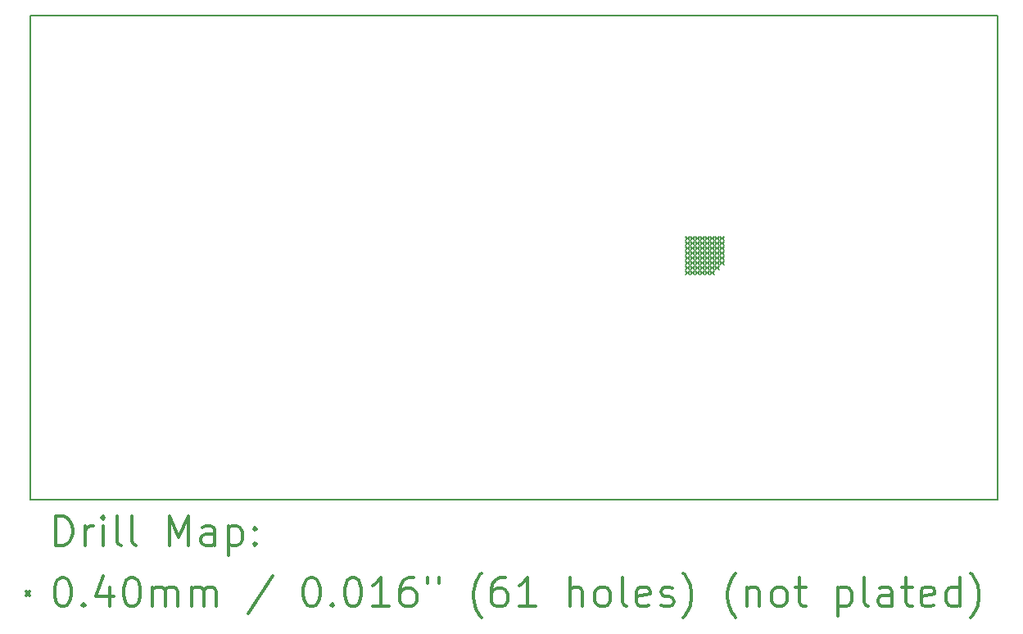
<source format=gbr>
%FSLAX45Y45*%
G04 Gerber Fmt 4.5, Leading zero omitted, Abs format (unit mm)*
G04 Created by KiCad (PCBNEW 4.0.6) date Sun Jul 30 22:21:45 2017*
%MOMM*%
%LPD*%
G01*
G04 APERTURE LIST*
%ADD10C,0.127000*%
%ADD11C,0.150000*%
%ADD12C,0.200000*%
%ADD13C,0.300000*%
G04 APERTURE END LIST*
D10*
D11*
X7000000Y-5000000D02*
X7000000Y-10000000D01*
X17000000Y-10000000D02*
X7000000Y-10000000D01*
X17000000Y-5000000D02*
X17000000Y-10000000D01*
X7000000Y-5000000D02*
X17000000Y-5000000D01*
D12*
X13772700Y-7278200D02*
X13812700Y-7318200D01*
X13812700Y-7278200D02*
X13772700Y-7318200D01*
X13772700Y-7329000D02*
X13812700Y-7369000D01*
X13812700Y-7329000D02*
X13772700Y-7369000D01*
X13772700Y-7379800D02*
X13812700Y-7419800D01*
X13812700Y-7379800D02*
X13772700Y-7419800D01*
X13772700Y-7430600D02*
X13812700Y-7470600D01*
X13812700Y-7430600D02*
X13772700Y-7470600D01*
X13772700Y-7481400D02*
X13812700Y-7521400D01*
X13812700Y-7481400D02*
X13772700Y-7521400D01*
X13772700Y-7532200D02*
X13812700Y-7572200D01*
X13812700Y-7532200D02*
X13772700Y-7572200D01*
X13772700Y-7583000D02*
X13812700Y-7623000D01*
X13812700Y-7583000D02*
X13772700Y-7623000D01*
X13772700Y-7633800D02*
X13812700Y-7673800D01*
X13812700Y-7633800D02*
X13772700Y-7673800D01*
X13823500Y-7278200D02*
X13863500Y-7318200D01*
X13863500Y-7278200D02*
X13823500Y-7318200D01*
X13823500Y-7329000D02*
X13863500Y-7369000D01*
X13863500Y-7329000D02*
X13823500Y-7369000D01*
X13823500Y-7379800D02*
X13863500Y-7419800D01*
X13863500Y-7379800D02*
X13823500Y-7419800D01*
X13823500Y-7430600D02*
X13863500Y-7470600D01*
X13863500Y-7430600D02*
X13823500Y-7470600D01*
X13823500Y-7481400D02*
X13863500Y-7521400D01*
X13863500Y-7481400D02*
X13823500Y-7521400D01*
X13823500Y-7532200D02*
X13863500Y-7572200D01*
X13863500Y-7532200D02*
X13823500Y-7572200D01*
X13823500Y-7583000D02*
X13863500Y-7623000D01*
X13863500Y-7583000D02*
X13823500Y-7623000D01*
X13823500Y-7633800D02*
X13863500Y-7673800D01*
X13863500Y-7633800D02*
X13823500Y-7673800D01*
X13874300Y-7278200D02*
X13914300Y-7318200D01*
X13914300Y-7278200D02*
X13874300Y-7318200D01*
X13874300Y-7329000D02*
X13914300Y-7369000D01*
X13914300Y-7329000D02*
X13874300Y-7369000D01*
X13874300Y-7379800D02*
X13914300Y-7419800D01*
X13914300Y-7379800D02*
X13874300Y-7419800D01*
X13874300Y-7430600D02*
X13914300Y-7470600D01*
X13914300Y-7430600D02*
X13874300Y-7470600D01*
X13874300Y-7481400D02*
X13914300Y-7521400D01*
X13914300Y-7481400D02*
X13874300Y-7521400D01*
X13874300Y-7532200D02*
X13914300Y-7572200D01*
X13914300Y-7532200D02*
X13874300Y-7572200D01*
X13874300Y-7583000D02*
X13914300Y-7623000D01*
X13914300Y-7583000D02*
X13874300Y-7623000D01*
X13874300Y-7633800D02*
X13914300Y-7673800D01*
X13914300Y-7633800D02*
X13874300Y-7673800D01*
X13925100Y-7278200D02*
X13965100Y-7318200D01*
X13965100Y-7278200D02*
X13925100Y-7318200D01*
X13925100Y-7329000D02*
X13965100Y-7369000D01*
X13965100Y-7329000D02*
X13925100Y-7369000D01*
X13925100Y-7379800D02*
X13965100Y-7419800D01*
X13965100Y-7379800D02*
X13925100Y-7419800D01*
X13925100Y-7430600D02*
X13965100Y-7470600D01*
X13965100Y-7430600D02*
X13925100Y-7470600D01*
X13925100Y-7481400D02*
X13965100Y-7521400D01*
X13965100Y-7481400D02*
X13925100Y-7521400D01*
X13925100Y-7532200D02*
X13965100Y-7572200D01*
X13965100Y-7532200D02*
X13925100Y-7572200D01*
X13925100Y-7583000D02*
X13965100Y-7623000D01*
X13965100Y-7583000D02*
X13925100Y-7623000D01*
X13925100Y-7633800D02*
X13965100Y-7673800D01*
X13965100Y-7633800D02*
X13925100Y-7673800D01*
X13975900Y-7278200D02*
X14015900Y-7318200D01*
X14015900Y-7278200D02*
X13975900Y-7318200D01*
X13975900Y-7329000D02*
X14015900Y-7369000D01*
X14015900Y-7329000D02*
X13975900Y-7369000D01*
X13975900Y-7379800D02*
X14015900Y-7419800D01*
X14015900Y-7379800D02*
X13975900Y-7419800D01*
X13975900Y-7430600D02*
X14015900Y-7470600D01*
X14015900Y-7430600D02*
X13975900Y-7470600D01*
X13975900Y-7481400D02*
X14015900Y-7521400D01*
X14015900Y-7481400D02*
X13975900Y-7521400D01*
X13975900Y-7532200D02*
X14015900Y-7572200D01*
X14015900Y-7532200D02*
X13975900Y-7572200D01*
X13975900Y-7583000D02*
X14015900Y-7623000D01*
X14015900Y-7583000D02*
X13975900Y-7623000D01*
X13975900Y-7633800D02*
X14015900Y-7673800D01*
X14015900Y-7633800D02*
X13975900Y-7673800D01*
X14026700Y-7278200D02*
X14066700Y-7318200D01*
X14066700Y-7278200D02*
X14026700Y-7318200D01*
X14026700Y-7329000D02*
X14066700Y-7369000D01*
X14066700Y-7329000D02*
X14026700Y-7369000D01*
X14026700Y-7379800D02*
X14066700Y-7419800D01*
X14066700Y-7379800D02*
X14026700Y-7419800D01*
X14026700Y-7430600D02*
X14066700Y-7470600D01*
X14066700Y-7430600D02*
X14026700Y-7470600D01*
X14026700Y-7481400D02*
X14066700Y-7521400D01*
X14066700Y-7481400D02*
X14026700Y-7521400D01*
X14026700Y-7532200D02*
X14066700Y-7572200D01*
X14066700Y-7532200D02*
X14026700Y-7572200D01*
X14026700Y-7583000D02*
X14066700Y-7623000D01*
X14066700Y-7583000D02*
X14026700Y-7623000D01*
X14026700Y-7633800D02*
X14066700Y-7673800D01*
X14066700Y-7633800D02*
X14026700Y-7673800D01*
X14077500Y-7278200D02*
X14117500Y-7318200D01*
X14117500Y-7278200D02*
X14077500Y-7318200D01*
X14077500Y-7329000D02*
X14117500Y-7369000D01*
X14117500Y-7329000D02*
X14077500Y-7369000D01*
X14077500Y-7379800D02*
X14117500Y-7419800D01*
X14117500Y-7379800D02*
X14077500Y-7419800D01*
X14077500Y-7430600D02*
X14117500Y-7470600D01*
X14117500Y-7430600D02*
X14077500Y-7470600D01*
X14077500Y-7481400D02*
X14117500Y-7521400D01*
X14117500Y-7481400D02*
X14077500Y-7521400D01*
X14077500Y-7532200D02*
X14117500Y-7572200D01*
X14117500Y-7532200D02*
X14077500Y-7572200D01*
X14077500Y-7583000D02*
X14117500Y-7623000D01*
X14117500Y-7583000D02*
X14077500Y-7623000D01*
X14128300Y-7278200D02*
X14168300Y-7318200D01*
X14168300Y-7278200D02*
X14128300Y-7318200D01*
X14128300Y-7329000D02*
X14168300Y-7369000D01*
X14168300Y-7329000D02*
X14128300Y-7369000D01*
X14128300Y-7379800D02*
X14168300Y-7419800D01*
X14168300Y-7379800D02*
X14128300Y-7419800D01*
X14128300Y-7430600D02*
X14168300Y-7470600D01*
X14168300Y-7430600D02*
X14128300Y-7470600D01*
X14128300Y-7481400D02*
X14168300Y-7521400D01*
X14168300Y-7481400D02*
X14128300Y-7521400D01*
X14128300Y-7532200D02*
X14168300Y-7572200D01*
X14168300Y-7532200D02*
X14128300Y-7572200D01*
D13*
X7263928Y-10473214D02*
X7263928Y-10173214D01*
X7335357Y-10173214D01*
X7378214Y-10187500D01*
X7406786Y-10216072D01*
X7421071Y-10244643D01*
X7435357Y-10301786D01*
X7435357Y-10344643D01*
X7421071Y-10401786D01*
X7406786Y-10430357D01*
X7378214Y-10458929D01*
X7335357Y-10473214D01*
X7263928Y-10473214D01*
X7563928Y-10473214D02*
X7563928Y-10273214D01*
X7563928Y-10330357D02*
X7578214Y-10301786D01*
X7592500Y-10287500D01*
X7621071Y-10273214D01*
X7649643Y-10273214D01*
X7749643Y-10473214D02*
X7749643Y-10273214D01*
X7749643Y-10173214D02*
X7735357Y-10187500D01*
X7749643Y-10201786D01*
X7763928Y-10187500D01*
X7749643Y-10173214D01*
X7749643Y-10201786D01*
X7935357Y-10473214D02*
X7906786Y-10458929D01*
X7892500Y-10430357D01*
X7892500Y-10173214D01*
X8092500Y-10473214D02*
X8063928Y-10458929D01*
X8049643Y-10430357D01*
X8049643Y-10173214D01*
X8435357Y-10473214D02*
X8435357Y-10173214D01*
X8535357Y-10387500D01*
X8635357Y-10173214D01*
X8635357Y-10473214D01*
X8906786Y-10473214D02*
X8906786Y-10316072D01*
X8892500Y-10287500D01*
X8863929Y-10273214D01*
X8806786Y-10273214D01*
X8778214Y-10287500D01*
X8906786Y-10458929D02*
X8878214Y-10473214D01*
X8806786Y-10473214D01*
X8778214Y-10458929D01*
X8763929Y-10430357D01*
X8763929Y-10401786D01*
X8778214Y-10373214D01*
X8806786Y-10358929D01*
X8878214Y-10358929D01*
X8906786Y-10344643D01*
X9049643Y-10273214D02*
X9049643Y-10573214D01*
X9049643Y-10287500D02*
X9078214Y-10273214D01*
X9135357Y-10273214D01*
X9163929Y-10287500D01*
X9178214Y-10301786D01*
X9192500Y-10330357D01*
X9192500Y-10416072D01*
X9178214Y-10444643D01*
X9163929Y-10458929D01*
X9135357Y-10473214D01*
X9078214Y-10473214D01*
X9049643Y-10458929D01*
X9321071Y-10444643D02*
X9335357Y-10458929D01*
X9321071Y-10473214D01*
X9306786Y-10458929D01*
X9321071Y-10444643D01*
X9321071Y-10473214D01*
X9321071Y-10287500D02*
X9335357Y-10301786D01*
X9321071Y-10316072D01*
X9306786Y-10301786D01*
X9321071Y-10287500D01*
X9321071Y-10316072D01*
X6952500Y-10947500D02*
X6992500Y-10987500D01*
X6992500Y-10947500D02*
X6952500Y-10987500D01*
X7321071Y-10803214D02*
X7349643Y-10803214D01*
X7378214Y-10817500D01*
X7392500Y-10831786D01*
X7406786Y-10860357D01*
X7421071Y-10917500D01*
X7421071Y-10988929D01*
X7406786Y-11046072D01*
X7392500Y-11074643D01*
X7378214Y-11088929D01*
X7349643Y-11103214D01*
X7321071Y-11103214D01*
X7292500Y-11088929D01*
X7278214Y-11074643D01*
X7263928Y-11046072D01*
X7249643Y-10988929D01*
X7249643Y-10917500D01*
X7263928Y-10860357D01*
X7278214Y-10831786D01*
X7292500Y-10817500D01*
X7321071Y-10803214D01*
X7549643Y-11074643D02*
X7563928Y-11088929D01*
X7549643Y-11103214D01*
X7535357Y-11088929D01*
X7549643Y-11074643D01*
X7549643Y-11103214D01*
X7821071Y-10903214D02*
X7821071Y-11103214D01*
X7749643Y-10788929D02*
X7678214Y-11003214D01*
X7863928Y-11003214D01*
X8035357Y-10803214D02*
X8063928Y-10803214D01*
X8092500Y-10817500D01*
X8106786Y-10831786D01*
X8121071Y-10860357D01*
X8135357Y-10917500D01*
X8135357Y-10988929D01*
X8121071Y-11046072D01*
X8106786Y-11074643D01*
X8092500Y-11088929D01*
X8063928Y-11103214D01*
X8035357Y-11103214D01*
X8006786Y-11088929D01*
X7992500Y-11074643D01*
X7978214Y-11046072D01*
X7963928Y-10988929D01*
X7963928Y-10917500D01*
X7978214Y-10860357D01*
X7992500Y-10831786D01*
X8006786Y-10817500D01*
X8035357Y-10803214D01*
X8263928Y-11103214D02*
X8263928Y-10903214D01*
X8263928Y-10931786D02*
X8278214Y-10917500D01*
X8306786Y-10903214D01*
X8349643Y-10903214D01*
X8378214Y-10917500D01*
X8392500Y-10946072D01*
X8392500Y-11103214D01*
X8392500Y-10946072D02*
X8406786Y-10917500D01*
X8435357Y-10903214D01*
X8478214Y-10903214D01*
X8506786Y-10917500D01*
X8521071Y-10946072D01*
X8521071Y-11103214D01*
X8663929Y-11103214D02*
X8663929Y-10903214D01*
X8663929Y-10931786D02*
X8678214Y-10917500D01*
X8706786Y-10903214D01*
X8749643Y-10903214D01*
X8778214Y-10917500D01*
X8792500Y-10946072D01*
X8792500Y-11103214D01*
X8792500Y-10946072D02*
X8806786Y-10917500D01*
X8835357Y-10903214D01*
X8878214Y-10903214D01*
X8906786Y-10917500D01*
X8921071Y-10946072D01*
X8921071Y-11103214D01*
X9506786Y-10788929D02*
X9249643Y-11174643D01*
X9892500Y-10803214D02*
X9921071Y-10803214D01*
X9949643Y-10817500D01*
X9963928Y-10831786D01*
X9978214Y-10860357D01*
X9992500Y-10917500D01*
X9992500Y-10988929D01*
X9978214Y-11046072D01*
X9963928Y-11074643D01*
X9949643Y-11088929D01*
X9921071Y-11103214D01*
X9892500Y-11103214D01*
X9863928Y-11088929D01*
X9849643Y-11074643D01*
X9835357Y-11046072D01*
X9821071Y-10988929D01*
X9821071Y-10917500D01*
X9835357Y-10860357D01*
X9849643Y-10831786D01*
X9863928Y-10817500D01*
X9892500Y-10803214D01*
X10121071Y-11074643D02*
X10135357Y-11088929D01*
X10121071Y-11103214D01*
X10106786Y-11088929D01*
X10121071Y-11074643D01*
X10121071Y-11103214D01*
X10321071Y-10803214D02*
X10349643Y-10803214D01*
X10378214Y-10817500D01*
X10392500Y-10831786D01*
X10406786Y-10860357D01*
X10421071Y-10917500D01*
X10421071Y-10988929D01*
X10406786Y-11046072D01*
X10392500Y-11074643D01*
X10378214Y-11088929D01*
X10349643Y-11103214D01*
X10321071Y-11103214D01*
X10292500Y-11088929D01*
X10278214Y-11074643D01*
X10263928Y-11046072D01*
X10249643Y-10988929D01*
X10249643Y-10917500D01*
X10263928Y-10860357D01*
X10278214Y-10831786D01*
X10292500Y-10817500D01*
X10321071Y-10803214D01*
X10706786Y-11103214D02*
X10535357Y-11103214D01*
X10621071Y-11103214D02*
X10621071Y-10803214D01*
X10592500Y-10846072D01*
X10563928Y-10874643D01*
X10535357Y-10888929D01*
X10963928Y-10803214D02*
X10906786Y-10803214D01*
X10878214Y-10817500D01*
X10863928Y-10831786D01*
X10835357Y-10874643D01*
X10821071Y-10931786D01*
X10821071Y-11046072D01*
X10835357Y-11074643D01*
X10849643Y-11088929D01*
X10878214Y-11103214D01*
X10935357Y-11103214D01*
X10963928Y-11088929D01*
X10978214Y-11074643D01*
X10992500Y-11046072D01*
X10992500Y-10974643D01*
X10978214Y-10946072D01*
X10963928Y-10931786D01*
X10935357Y-10917500D01*
X10878214Y-10917500D01*
X10849643Y-10931786D01*
X10835357Y-10946072D01*
X10821071Y-10974643D01*
X11106786Y-10803214D02*
X11106786Y-10860357D01*
X11221071Y-10803214D02*
X11221071Y-10860357D01*
X11663928Y-11217500D02*
X11649643Y-11203214D01*
X11621071Y-11160357D01*
X11606785Y-11131786D01*
X11592500Y-11088929D01*
X11578214Y-11017500D01*
X11578214Y-10960357D01*
X11592500Y-10888929D01*
X11606785Y-10846072D01*
X11621071Y-10817500D01*
X11649643Y-10774643D01*
X11663928Y-10760357D01*
X11906785Y-10803214D02*
X11849643Y-10803214D01*
X11821071Y-10817500D01*
X11806785Y-10831786D01*
X11778214Y-10874643D01*
X11763928Y-10931786D01*
X11763928Y-11046072D01*
X11778214Y-11074643D01*
X11792500Y-11088929D01*
X11821071Y-11103214D01*
X11878214Y-11103214D01*
X11906785Y-11088929D01*
X11921071Y-11074643D01*
X11935357Y-11046072D01*
X11935357Y-10974643D01*
X11921071Y-10946072D01*
X11906785Y-10931786D01*
X11878214Y-10917500D01*
X11821071Y-10917500D01*
X11792500Y-10931786D01*
X11778214Y-10946072D01*
X11763928Y-10974643D01*
X12221071Y-11103214D02*
X12049643Y-11103214D01*
X12135357Y-11103214D02*
X12135357Y-10803214D01*
X12106785Y-10846072D01*
X12078214Y-10874643D01*
X12049643Y-10888929D01*
X12578214Y-11103214D02*
X12578214Y-10803214D01*
X12706785Y-11103214D02*
X12706785Y-10946072D01*
X12692500Y-10917500D01*
X12663928Y-10903214D01*
X12621071Y-10903214D01*
X12592500Y-10917500D01*
X12578214Y-10931786D01*
X12892500Y-11103214D02*
X12863928Y-11088929D01*
X12849643Y-11074643D01*
X12835357Y-11046072D01*
X12835357Y-10960357D01*
X12849643Y-10931786D01*
X12863928Y-10917500D01*
X12892500Y-10903214D01*
X12935357Y-10903214D01*
X12963928Y-10917500D01*
X12978214Y-10931786D01*
X12992500Y-10960357D01*
X12992500Y-11046072D01*
X12978214Y-11074643D01*
X12963928Y-11088929D01*
X12935357Y-11103214D01*
X12892500Y-11103214D01*
X13163928Y-11103214D02*
X13135357Y-11088929D01*
X13121071Y-11060357D01*
X13121071Y-10803214D01*
X13392500Y-11088929D02*
X13363928Y-11103214D01*
X13306786Y-11103214D01*
X13278214Y-11088929D01*
X13263928Y-11060357D01*
X13263928Y-10946072D01*
X13278214Y-10917500D01*
X13306786Y-10903214D01*
X13363928Y-10903214D01*
X13392500Y-10917500D01*
X13406786Y-10946072D01*
X13406786Y-10974643D01*
X13263928Y-11003214D01*
X13521071Y-11088929D02*
X13549643Y-11103214D01*
X13606786Y-11103214D01*
X13635357Y-11088929D01*
X13649643Y-11060357D01*
X13649643Y-11046072D01*
X13635357Y-11017500D01*
X13606786Y-11003214D01*
X13563928Y-11003214D01*
X13535357Y-10988929D01*
X13521071Y-10960357D01*
X13521071Y-10946072D01*
X13535357Y-10917500D01*
X13563928Y-10903214D01*
X13606786Y-10903214D01*
X13635357Y-10917500D01*
X13749643Y-11217500D02*
X13763928Y-11203214D01*
X13792500Y-11160357D01*
X13806786Y-11131786D01*
X13821071Y-11088929D01*
X13835357Y-11017500D01*
X13835357Y-10960357D01*
X13821071Y-10888929D01*
X13806786Y-10846072D01*
X13792500Y-10817500D01*
X13763928Y-10774643D01*
X13749643Y-10760357D01*
X14292500Y-11217500D02*
X14278214Y-11203214D01*
X14249643Y-11160357D01*
X14235357Y-11131786D01*
X14221071Y-11088929D01*
X14206786Y-11017500D01*
X14206786Y-10960357D01*
X14221071Y-10888929D01*
X14235357Y-10846072D01*
X14249643Y-10817500D01*
X14278214Y-10774643D01*
X14292500Y-10760357D01*
X14406786Y-10903214D02*
X14406786Y-11103214D01*
X14406786Y-10931786D02*
X14421071Y-10917500D01*
X14449643Y-10903214D01*
X14492500Y-10903214D01*
X14521071Y-10917500D01*
X14535357Y-10946072D01*
X14535357Y-11103214D01*
X14721071Y-11103214D02*
X14692500Y-11088929D01*
X14678214Y-11074643D01*
X14663928Y-11046072D01*
X14663928Y-10960357D01*
X14678214Y-10931786D01*
X14692500Y-10917500D01*
X14721071Y-10903214D01*
X14763928Y-10903214D01*
X14792500Y-10917500D01*
X14806786Y-10931786D01*
X14821071Y-10960357D01*
X14821071Y-11046072D01*
X14806786Y-11074643D01*
X14792500Y-11088929D01*
X14763928Y-11103214D01*
X14721071Y-11103214D01*
X14906786Y-10903214D02*
X15021071Y-10903214D01*
X14949643Y-10803214D02*
X14949643Y-11060357D01*
X14963928Y-11088929D01*
X14992500Y-11103214D01*
X15021071Y-11103214D01*
X15349643Y-10903214D02*
X15349643Y-11203214D01*
X15349643Y-10917500D02*
X15378214Y-10903214D01*
X15435357Y-10903214D01*
X15463928Y-10917500D01*
X15478214Y-10931786D01*
X15492500Y-10960357D01*
X15492500Y-11046072D01*
X15478214Y-11074643D01*
X15463928Y-11088929D01*
X15435357Y-11103214D01*
X15378214Y-11103214D01*
X15349643Y-11088929D01*
X15663928Y-11103214D02*
X15635357Y-11088929D01*
X15621071Y-11060357D01*
X15621071Y-10803214D01*
X15906786Y-11103214D02*
X15906786Y-10946072D01*
X15892500Y-10917500D01*
X15863929Y-10903214D01*
X15806786Y-10903214D01*
X15778214Y-10917500D01*
X15906786Y-11088929D02*
X15878214Y-11103214D01*
X15806786Y-11103214D01*
X15778214Y-11088929D01*
X15763929Y-11060357D01*
X15763929Y-11031786D01*
X15778214Y-11003214D01*
X15806786Y-10988929D01*
X15878214Y-10988929D01*
X15906786Y-10974643D01*
X16006786Y-10903214D02*
X16121071Y-10903214D01*
X16049643Y-10803214D02*
X16049643Y-11060357D01*
X16063929Y-11088929D01*
X16092500Y-11103214D01*
X16121071Y-11103214D01*
X16335357Y-11088929D02*
X16306786Y-11103214D01*
X16249643Y-11103214D01*
X16221071Y-11088929D01*
X16206786Y-11060357D01*
X16206786Y-10946072D01*
X16221071Y-10917500D01*
X16249643Y-10903214D01*
X16306786Y-10903214D01*
X16335357Y-10917500D01*
X16349643Y-10946072D01*
X16349643Y-10974643D01*
X16206786Y-11003214D01*
X16606786Y-11103214D02*
X16606786Y-10803214D01*
X16606786Y-11088929D02*
X16578214Y-11103214D01*
X16521071Y-11103214D01*
X16492500Y-11088929D01*
X16478214Y-11074643D01*
X16463929Y-11046072D01*
X16463929Y-10960357D01*
X16478214Y-10931786D01*
X16492500Y-10917500D01*
X16521071Y-10903214D01*
X16578214Y-10903214D01*
X16606786Y-10917500D01*
X16721071Y-11217500D02*
X16735357Y-11203214D01*
X16763929Y-11160357D01*
X16778214Y-11131786D01*
X16792500Y-11088929D01*
X16806786Y-11017500D01*
X16806786Y-10960357D01*
X16792500Y-10888929D01*
X16778214Y-10846072D01*
X16763929Y-10817500D01*
X16735357Y-10774643D01*
X16721071Y-10760357D01*
M02*

</source>
